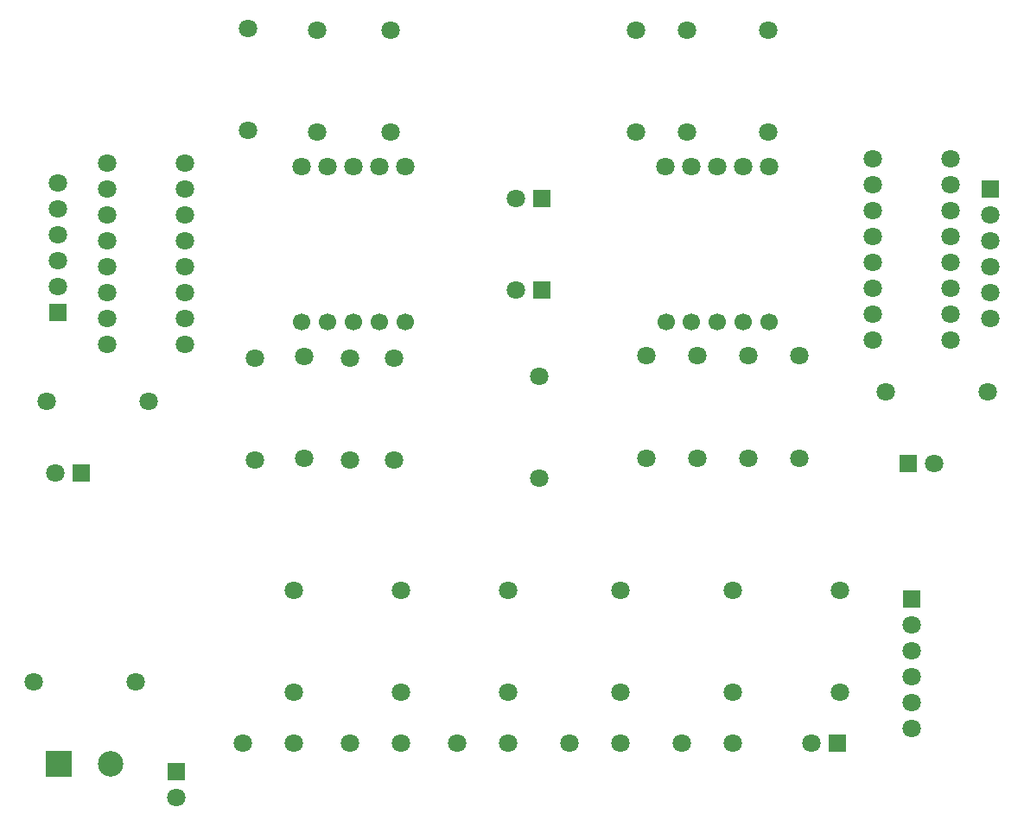
<source format=gtl>
G04 Layer_Physical_Order=1*
G04 Layer_Color=255*
%FSTAX24Y24*%
%MOIN*%
G70*
G01*
G75*
%ADD10R,0.0709X0.0709*%
%ADD11C,0.0709*%
%ADD12R,0.0984X0.0984*%
%ADD13C,0.0984*%
%ADD14R,0.0709X0.0709*%
%ADD15C,0.0669*%
D10*
X057786Y062351D02*
D03*
X021819Y057595D02*
D03*
X026378Y03987D02*
D03*
X054724Y046535D02*
D03*
D11*
X057786Y061351D02*
D03*
Y060351D02*
D03*
Y059351D02*
D03*
Y058351D02*
D03*
Y057351D02*
D03*
X021819Y058595D02*
D03*
Y059595D02*
D03*
Y060595D02*
D03*
Y061595D02*
D03*
Y062595D02*
D03*
X049213Y068504D02*
D03*
Y064567D02*
D03*
X046063Y068504D02*
D03*
Y064567D02*
D03*
X044094Y068504D02*
D03*
Y064567D02*
D03*
X050394Y051969D02*
D03*
Y055906D02*
D03*
X048425Y051969D02*
D03*
Y055906D02*
D03*
X046457Y051969D02*
D03*
Y055906D02*
D03*
X044488Y051969D02*
D03*
Y055906D02*
D03*
X034646Y068489D02*
D03*
Y064552D02*
D03*
X031795Y068489D02*
D03*
Y064552D02*
D03*
X029134Y068543D02*
D03*
Y064606D02*
D03*
X034787Y051874D02*
D03*
Y055811D02*
D03*
X033078Y051894D02*
D03*
Y055831D02*
D03*
X031292Y051942D02*
D03*
Y055879D02*
D03*
X029408Y051894D02*
D03*
Y055831D02*
D03*
X050878Y040945D02*
D03*
X051968Y04685D02*
D03*
Y042913D02*
D03*
X047835Y04685D02*
D03*
Y042913D02*
D03*
X043504Y04685D02*
D03*
Y042913D02*
D03*
X039173Y04685D02*
D03*
Y042913D02*
D03*
X035039Y04685D02*
D03*
Y042913D02*
D03*
X030906Y04685D02*
D03*
Y042913D02*
D03*
X020866Y043307D02*
D03*
X024803D02*
D03*
X047835Y040945D02*
D03*
X045866D02*
D03*
X043504D02*
D03*
X041535D02*
D03*
X039173D02*
D03*
X037205D02*
D03*
X035039D02*
D03*
X033071D02*
D03*
X030906D02*
D03*
X028937D02*
D03*
X026378Y03887D02*
D03*
X040354Y051181D02*
D03*
Y055118D02*
D03*
X045244Y063221D02*
D03*
X046244D02*
D03*
X047244D02*
D03*
X048244D02*
D03*
X049244D02*
D03*
X031194Y063214D02*
D03*
X032194D02*
D03*
X033194D02*
D03*
X034194D02*
D03*
X035194D02*
D03*
X039461Y061993D02*
D03*
Y058449D02*
D03*
X021369Y054146D02*
D03*
X025306D02*
D03*
X057677Y054528D02*
D03*
X05374D02*
D03*
X021705Y051378D02*
D03*
X055618Y051772D02*
D03*
X056224Y063539D02*
D03*
Y062539D02*
D03*
Y061539D02*
D03*
Y060539D02*
D03*
Y059539D02*
D03*
Y058539D02*
D03*
Y057539D02*
D03*
Y056539D02*
D03*
X053224Y059539D02*
D03*
Y058539D02*
D03*
Y057539D02*
D03*
Y056539D02*
D03*
Y060539D02*
D03*
Y061539D02*
D03*
Y062539D02*
D03*
Y063539D02*
D03*
X023697Y056343D02*
D03*
Y057343D02*
D03*
Y058343D02*
D03*
Y059343D02*
D03*
Y060343D02*
D03*
Y061343D02*
D03*
Y062343D02*
D03*
Y063343D02*
D03*
X026697Y060343D02*
D03*
Y061343D02*
D03*
Y062343D02*
D03*
Y063343D02*
D03*
Y059343D02*
D03*
Y058343D02*
D03*
Y057343D02*
D03*
Y056343D02*
D03*
X054724Y045535D02*
D03*
Y044535D02*
D03*
Y043535D02*
D03*
Y042535D02*
D03*
Y041535D02*
D03*
D12*
X021835Y040157D02*
D03*
D13*
X023835D02*
D03*
D14*
X051878Y040945D02*
D03*
X040461Y061993D02*
D03*
Y058449D02*
D03*
X022705Y051378D02*
D03*
X054618Y051772D02*
D03*
D15*
X049244Y057221D02*
D03*
X048244D02*
D03*
X047244D02*
D03*
X046244D02*
D03*
X04526D02*
D03*
X035194Y057214D02*
D03*
X034194D02*
D03*
X033194D02*
D03*
X032194D02*
D03*
X031209D02*
D03*
M02*

</source>
